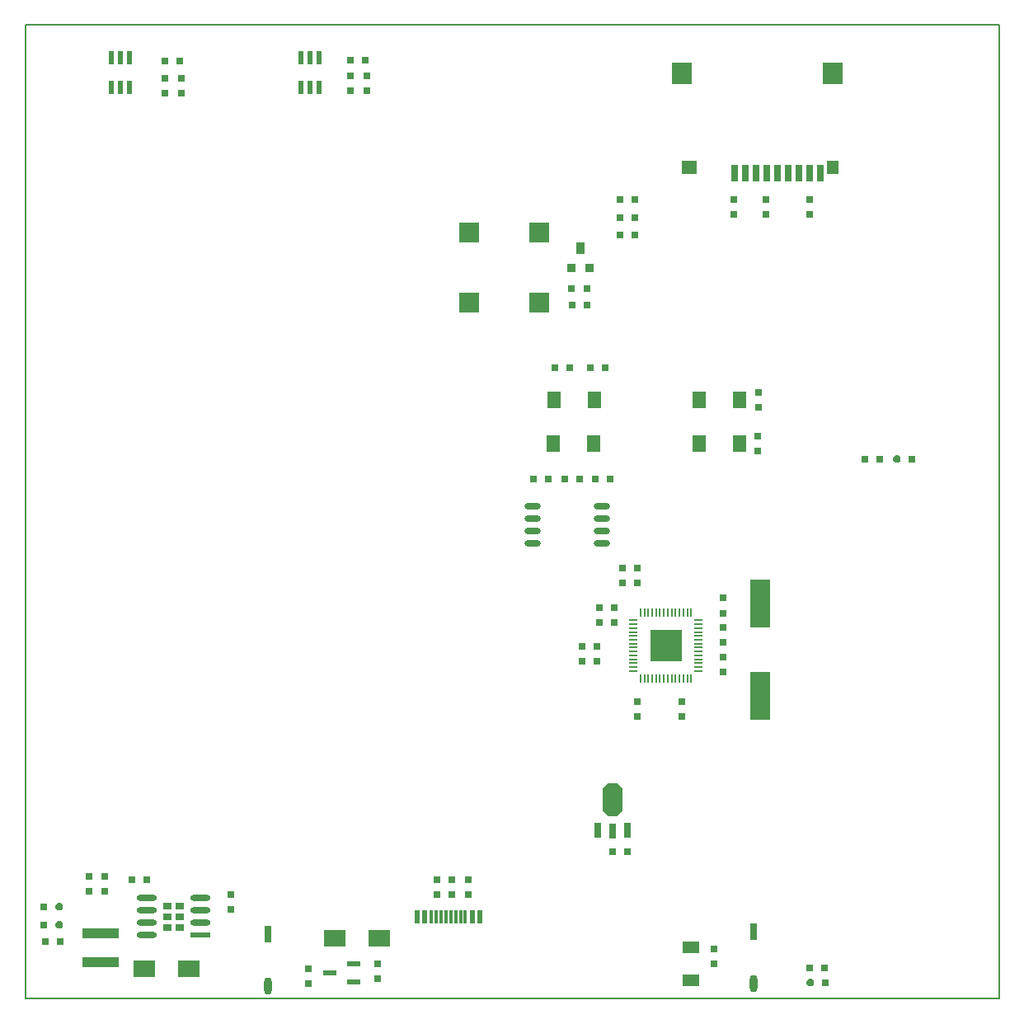
<source format=gtp>
G04*
G04 #@! TF.GenerationSoftware,Altium Limited,Altium Designer,20.2.6 (244)*
G04*
G04 Layer_Color=8421504*
%FSLAX25Y25*%
%MOIN*%
G70*
G04*
G04 #@! TF.SameCoordinates,691D88A1-B60F-4D24-9C51-7A430DCC900A*
G04*
G04*
G04 #@! TF.FilePolarity,Positive*
G04*
G01*
G75*
%ADD13C,0.00787*%
%ADD18R,0.03543X0.02756*%
%ADD19O,0.06693X0.02362*%
%ADD20R,0.02362X0.05709*%
%ADD21R,0.01181X0.05709*%
%ADD22R,0.12598X0.12598*%
%ADD23R,0.03543X0.00787*%
%ADD24R,0.00787X0.03543*%
%ADD25R,0.05315X0.07087*%
%ADD26R,0.08000X0.08661*%
%ADD27R,0.06299X0.05512*%
%ADD28R,0.04724X0.05512*%
%ADD29R,0.02756X0.07087*%
%ADD30R,0.03000X0.03000*%
%ADD31R,0.03000X0.03000*%
%ADD32P,0.03247X8X202.5*%
%ADD33O,0.03150X0.07087*%
%ADD34R,0.03150X0.07087*%
%ADD35O,0.08268X0.02362*%
%ADD36R,0.08268X0.02362*%
%ADD37R,0.06500X0.05000*%
%ADD38R,0.07874X0.07874*%
%ADD39R,0.03600X0.03600*%
%ADD40R,0.03600X0.05000*%
%ADD41R,0.02165X0.05512*%
G04:AMPARAMS|DCode=42|XSize=78.74mil|YSize=133.86mil|CornerRadius=0mil|HoleSize=0mil|Usage=FLASHONLY|Rotation=180.000|XOffset=0mil|YOffset=0mil|HoleType=Round|Shape=Octagon|*
%AMOCTAGOND42*
4,1,8,0.01968,-0.06693,-0.01968,-0.06693,-0.03937,-0.04724,-0.03937,0.04724,-0.01968,0.06693,0.01968,0.06693,0.03937,0.04724,0.03937,-0.04724,0.01968,-0.06693,0.0*
%
%ADD42OCTAGOND42*%

%ADD43R,0.02756X0.06299*%
%ADD44R,0.07874X0.19685*%
%ADD45R,0.05512X0.02362*%
%ADD46R,0.08661X0.06890*%
%ADD47R,0.14567X0.04331*%
D13*
Y393701D01*
X393701D01*
Y0D02*
Y393701D01*
X0Y0D02*
X393701D01*
D18*
X62500Y37500D02*
D03*
X57480D02*
D03*
X62500Y33169D02*
D03*
X57480D02*
D03*
Y28839D02*
D03*
X62500D02*
D03*
D19*
X205024Y199000D02*
D03*
Y194000D02*
D03*
Y189000D02*
D03*
Y184000D02*
D03*
X232976Y199000D02*
D03*
Y194000D02*
D03*
Y189000D02*
D03*
Y184000D02*
D03*
D20*
X161354Y33000D02*
D03*
X158303D02*
D03*
X180646D02*
D03*
X183697D02*
D03*
D21*
X164110D02*
D03*
X170016D02*
D03*
X168047D02*
D03*
X166079D02*
D03*
X177890D02*
D03*
X171984D02*
D03*
X173953D02*
D03*
X175921D02*
D03*
D22*
X258937Y142713D02*
D03*
D23*
X245650Y132476D02*
D03*
Y134051D02*
D03*
Y135626D02*
D03*
Y137201D02*
D03*
Y138776D02*
D03*
Y140350D02*
D03*
Y141925D02*
D03*
Y143500D02*
D03*
Y145075D02*
D03*
Y146650D02*
D03*
Y148224D02*
D03*
Y149799D02*
D03*
Y151374D02*
D03*
Y152949D02*
D03*
X272224D02*
D03*
Y151374D02*
D03*
Y149799D02*
D03*
Y148224D02*
D03*
Y146650D02*
D03*
Y145075D02*
D03*
Y143500D02*
D03*
Y141925D02*
D03*
Y140350D02*
D03*
Y138776D02*
D03*
Y137201D02*
D03*
Y135626D02*
D03*
Y134051D02*
D03*
Y132476D02*
D03*
D24*
X248701Y156000D02*
D03*
X250276D02*
D03*
X251850D02*
D03*
X253425D02*
D03*
X255000D02*
D03*
X256575D02*
D03*
X258150D02*
D03*
X259724D02*
D03*
X261299D02*
D03*
X262874D02*
D03*
X264449D02*
D03*
X266024D02*
D03*
X267598D02*
D03*
X269173D02*
D03*
Y129425D02*
D03*
X267598D02*
D03*
X266024D02*
D03*
X264449D02*
D03*
X262874D02*
D03*
X261299D02*
D03*
X259724D02*
D03*
X258150D02*
D03*
X256575D02*
D03*
X255000D02*
D03*
X253425D02*
D03*
X251850D02*
D03*
X250276D02*
D03*
X248701D02*
D03*
D25*
X272331Y242000D02*
D03*
X288669D02*
D03*
X213831D02*
D03*
X230169D02*
D03*
X272331Y224500D02*
D03*
X288669D02*
D03*
X229669D02*
D03*
X213331D02*
D03*
D26*
X265390Y373925D02*
D03*
X326413D02*
D03*
D27*
X268539Y336130D02*
D03*
D28*
X326413D02*
D03*
D29*
X286650Y333661D02*
D03*
X290980D02*
D03*
X295311D02*
D03*
X299642D02*
D03*
X303972D02*
D03*
X312634D02*
D03*
X316965D02*
D03*
X321295D02*
D03*
X308303D02*
D03*
D30*
X286500Y323059D02*
D03*
Y316941D02*
D03*
X317000Y323059D02*
D03*
Y316941D02*
D03*
X299500Y323059D02*
D03*
Y316941D02*
D03*
X179000Y41941D02*
D03*
Y48059D02*
D03*
X278500Y13941D02*
D03*
Y20059D02*
D03*
X83000Y42059D02*
D03*
Y35941D02*
D03*
X142500Y14059D02*
D03*
Y7941D02*
D03*
X114500Y5941D02*
D03*
Y12059D02*
D03*
X265500Y113941D02*
D03*
Y120059D02*
D03*
X247500Y113941D02*
D03*
Y120059D02*
D03*
X282000Y131941D02*
D03*
Y138059D02*
D03*
Y162000D02*
D03*
Y155882D02*
D03*
Y150059D02*
D03*
Y143941D02*
D03*
X296500Y238941D02*
D03*
Y245059D02*
D03*
X296000Y221441D02*
D03*
Y227559D02*
D03*
X56500Y372059D02*
D03*
Y365941D02*
D03*
X63000Y372059D02*
D03*
Y365941D02*
D03*
X131500Y373059D02*
D03*
Y366941D02*
D03*
X138000Y373059D02*
D03*
Y366941D02*
D03*
X172500Y48118D02*
D03*
Y42000D02*
D03*
X166400Y48118D02*
D03*
Y42000D02*
D03*
D31*
X31941Y43500D02*
D03*
X25823D02*
D03*
X31941Y49380D02*
D03*
X25823D02*
D03*
X323559Y6500D02*
D03*
X323059Y12500D02*
D03*
X316941D02*
D03*
X42941Y48000D02*
D03*
X49059D02*
D03*
X225000Y136500D02*
D03*
X231118D02*
D03*
X225000Y142500D02*
D03*
X231118D02*
D03*
X232000Y158000D02*
D03*
X238118D02*
D03*
X232000Y152000D02*
D03*
X238118D02*
D03*
X241441Y168000D02*
D03*
X247559D02*
D03*
X241441Y174000D02*
D03*
X247559D02*
D03*
X217941Y210000D02*
D03*
X224059D02*
D03*
X230441D02*
D03*
X236559D02*
D03*
X234559Y255000D02*
D03*
X228441D02*
D03*
X220059D02*
D03*
X213941D02*
D03*
X339441Y218000D02*
D03*
X345559D02*
D03*
X227000Y287000D02*
D03*
X220882D02*
D03*
X240441Y323000D02*
D03*
X246559D02*
D03*
X240441Y308787D02*
D03*
X246559D02*
D03*
X62559Y379000D02*
D03*
X56441D02*
D03*
X137559Y379500D02*
D03*
X131441D02*
D03*
X240441Y315787D02*
D03*
X246559D02*
D03*
X237441Y59500D02*
D03*
X243559D02*
D03*
X227059Y280500D02*
D03*
X220941D02*
D03*
X205441Y210000D02*
D03*
X211559D02*
D03*
X358559Y218001D02*
D03*
X8084Y23000D02*
D03*
X14202D02*
D03*
X7541Y29682D02*
D03*
Y37206D02*
D03*
D32*
X317441Y6500D02*
D03*
X352441Y218001D02*
D03*
X13659Y29682D02*
D03*
Y37206D02*
D03*
D33*
X98000Y5067D02*
D03*
X294500Y6067D02*
D03*
D34*
X98000Y25933D02*
D03*
X294500Y26933D02*
D03*
D35*
X49213Y40669D02*
D03*
Y35669D02*
D03*
Y30669D02*
D03*
Y25669D02*
D03*
X70866Y40669D02*
D03*
Y35669D02*
D03*
Y30669D02*
D03*
D36*
Y25669D02*
D03*
D37*
X269000Y20750D02*
D03*
Y7250D02*
D03*
D38*
X207673Y281327D02*
D03*
Y309673D02*
D03*
X179327D02*
D03*
Y281327D02*
D03*
D39*
X220700Y295500D02*
D03*
X228200D02*
D03*
D40*
X224500Y303500D02*
D03*
D41*
X118740Y380311D02*
D03*
X115000D02*
D03*
X111260D02*
D03*
Y368500D02*
D03*
X115000D02*
D03*
X118740D02*
D03*
X42240Y380311D02*
D03*
X38500D02*
D03*
X34760D02*
D03*
Y368500D02*
D03*
X38500D02*
D03*
X42240D02*
D03*
D42*
X237494Y80407D02*
D03*
D43*
X243299Y67920D02*
D03*
X237394Y67907D02*
D03*
X231488Y67920D02*
D03*
D44*
X297000Y122299D02*
D03*
Y159701D02*
D03*
D45*
X123000Y10500D02*
D03*
X132897Y14240D02*
D03*
Y6759D02*
D03*
D46*
X124945Y24500D02*
D03*
X143055D02*
D03*
X66055Y12000D02*
D03*
X47945D02*
D03*
D47*
X30500Y26406D02*
D03*
Y14594D02*
D03*
M02*

</source>
